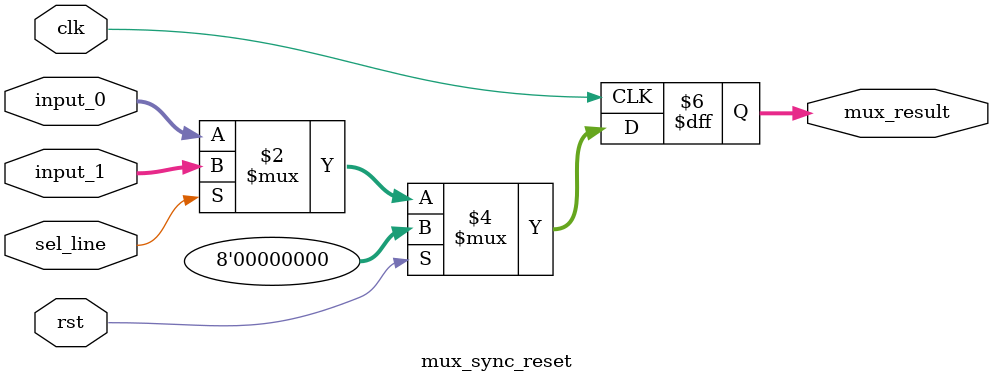
<source format=sv>
module mux_sync_reset (
    input wire clk,               // Clock input
    input wire rst,               // Synchronous reset
    input wire [7:0] input_0, input_1, // Data inputs
    input wire sel_line,          // Selection input
    output reg [7:0] mux_result   // Registered output
);
    always @(posedge clk) begin
        if (rst)
            mux_result <= 8'b0;   // Reset to zero
        else
            mux_result <= sel_line ? input_1 : input_0;
    end
endmodule

</source>
